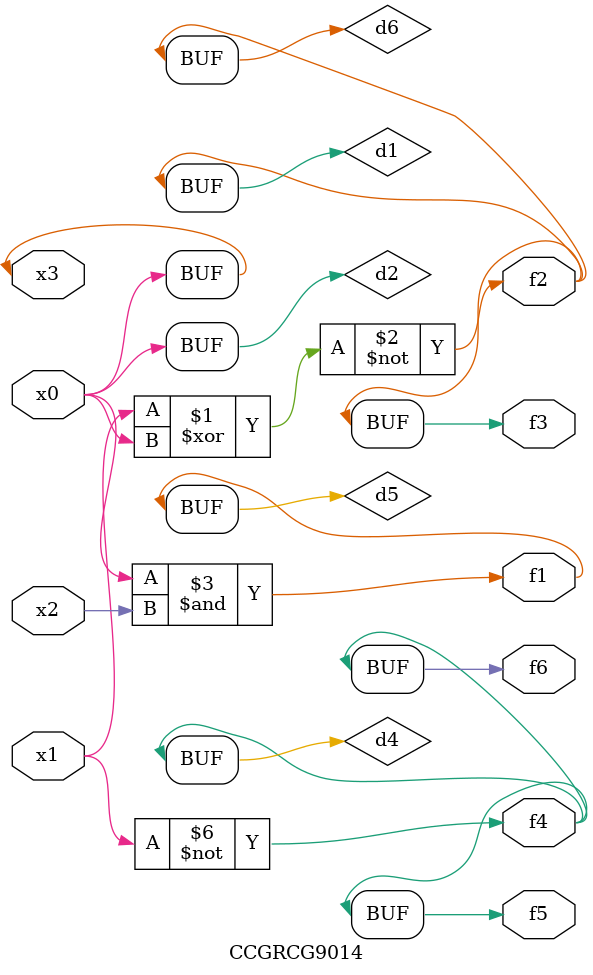
<source format=v>
module CCGRCG9014(
	input x0, x1, x2, x3,
	output f1, f2, f3, f4, f5, f6
);

	wire d1, d2, d3, d4, d5, d6;

	xnor (d1, x1, x3);
	buf (d2, x0, x3);
	nand (d3, x0, x2);
	not (d4, x1);
	nand (d5, d3);
	or (d6, d1);
	assign f1 = d5;
	assign f2 = d6;
	assign f3 = d6;
	assign f4 = d4;
	assign f5 = d4;
	assign f6 = d4;
endmodule

</source>
